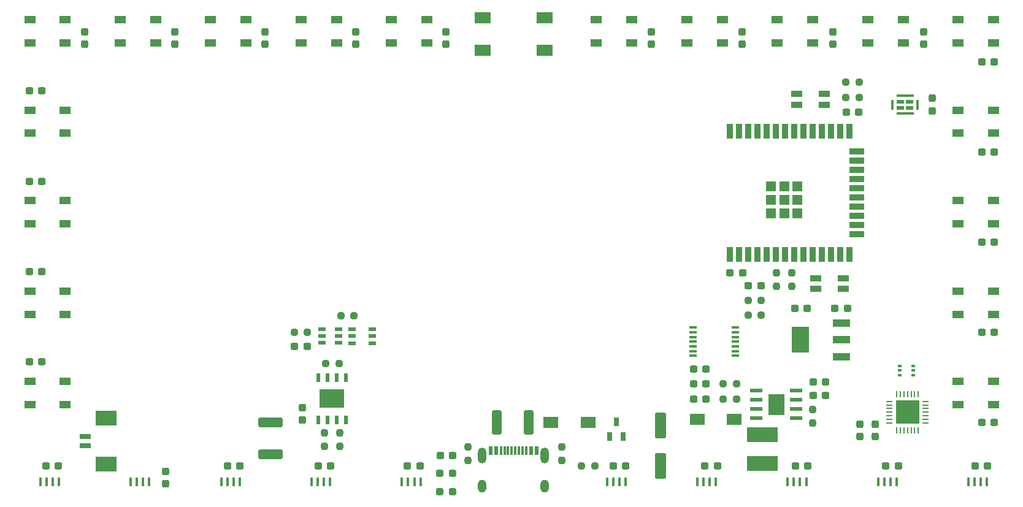
<source format=gbr>
%TF.GenerationSoftware,KiCad,Pcbnew,(6.0.4-0)*%
%TF.CreationDate,2022-05-07T01:43:22+02:00*%
%TF.ProjectId,LaptopLEDsign,4c617074-6f70-44c4-9544-7369676e2e6b,rev?*%
%TF.SameCoordinates,Original*%
%TF.FileFunction,Copper,L1,Top*%
%TF.FilePolarity,Positive*%
%FSLAX46Y46*%
G04 Gerber Fmt 4.6, Leading zero omitted, Abs format (unit mm)*
G04 Created by KiCad (PCBNEW (6.0.4-0)) date 2022-05-07 01:43:22*
%MOMM*%
%LPD*%
G01*
G04 APERTURE LIST*
G04 Aperture macros list*
%AMRoundRect*
0 Rectangle with rounded corners*
0 $1 Rounding radius*
0 $2 $3 $4 $5 $6 $7 $8 $9 X,Y pos of 4 corners*
0 Add a 4 corners polygon primitive as box body*
4,1,4,$2,$3,$4,$5,$6,$7,$8,$9,$2,$3,0*
0 Add four circle primitives for the rounded corners*
1,1,$1+$1,$2,$3*
1,1,$1+$1,$4,$5*
1,1,$1+$1,$6,$7*
1,1,$1+$1,$8,$9*
0 Add four rect primitives between the rounded corners*
20,1,$1+$1,$2,$3,$4,$5,0*
20,1,$1+$1,$4,$5,$6,$7,0*
20,1,$1+$1,$6,$7,$8,$9,0*
20,1,$1+$1,$8,$9,$2,$3,0*%
G04 Aperture macros list end*
%TA.AperFunction,SMDPad,CuDef*%
%ADD10RoundRect,0.237500X-0.237500X0.300000X-0.237500X-0.300000X0.237500X-0.300000X0.237500X0.300000X0*%
%TD*%
%TA.AperFunction,SMDPad,CuDef*%
%ADD11R,0.419990X1.300000*%
%TD*%
%TA.AperFunction,SMDPad,CuDef*%
%ADD12R,0.900000X2.000000*%
%TD*%
%TA.AperFunction,SMDPad,CuDef*%
%ADD13R,2.000000X0.900000*%
%TD*%
%TA.AperFunction,SMDPad,CuDef*%
%ADD14R,1.330000X1.330000*%
%TD*%
%TA.AperFunction,SMDPad,CuDef*%
%ADD15RoundRect,0.237500X0.250000X0.237500X-0.250000X0.237500X-0.250000X-0.237500X0.250000X-0.237500X0*%
%TD*%
%TA.AperFunction,SMDPad,CuDef*%
%ADD16R,1.500000X1.000000*%
%TD*%
%TA.AperFunction,SMDPad,CuDef*%
%ADD17RoundRect,0.237500X-0.300000X-0.237500X0.300000X-0.237500X0.300000X0.237500X-0.300000X0.237500X0*%
%TD*%
%TA.AperFunction,SMDPad,CuDef*%
%ADD18RoundRect,0.250000X-1.450000X0.400000X-1.450000X-0.400000X1.450000X-0.400000X1.450000X0.400000X0*%
%TD*%
%TA.AperFunction,SMDPad,CuDef*%
%ADD19RoundRect,0.250000X-0.400000X-1.450000X0.400000X-1.450000X0.400000X1.450000X-0.400000X1.450000X0*%
%TD*%
%TA.AperFunction,SMDPad,CuDef*%
%ADD20RoundRect,0.237500X-0.237500X0.250000X-0.237500X-0.250000X0.237500X-0.250000X0.237500X0.250000X0*%
%TD*%
%TA.AperFunction,SMDPad,CuDef*%
%ADD21RoundRect,0.237500X0.300000X0.237500X-0.300000X0.237500X-0.300000X-0.237500X0.300000X-0.237500X0*%
%TD*%
%TA.AperFunction,SMDPad,CuDef*%
%ADD22R,0.900000X0.280010*%
%TD*%
%TA.AperFunction,SMDPad,CuDef*%
%ADD23R,0.280010X0.900000*%
%TD*%
%TA.AperFunction,SMDPad,CuDef*%
%ADD24R,3.300000X3.300000*%
%TD*%
%TA.AperFunction,SMDPad,CuDef*%
%ADD25RoundRect,0.250000X-0.550000X1.500000X-0.550000X-1.500000X0.550000X-1.500000X0.550000X1.500000X0*%
%TD*%
%TA.AperFunction,SMDPad,CuDef*%
%ADD26R,0.600000X1.200000*%
%TD*%
%TA.AperFunction,SMDPad,CuDef*%
%ADD27R,3.499873X2.500000*%
%TD*%
%TA.AperFunction,SMDPad,CuDef*%
%ADD28R,0.990602X0.304801*%
%TD*%
%TA.AperFunction,SMDPad,CuDef*%
%ADD29RoundRect,0.237500X0.237500X-0.250000X0.237500X0.250000X-0.237500X0.250000X-0.237500X-0.250000X0*%
%TD*%
%TA.AperFunction,SMDPad,CuDef*%
%ADD30R,2.470003X0.980010*%
%TD*%
%TA.AperFunction,SMDPad,CuDef*%
%ADD31R,2.470003X3.600000*%
%TD*%
%TA.AperFunction,SMDPad,CuDef*%
%ADD32RoundRect,0.237500X-0.250000X-0.237500X0.250000X-0.237500X0.250000X0.237500X-0.250000X0.237500X0*%
%TD*%
%TA.AperFunction,SMDPad,CuDef*%
%ADD33R,1.500000X0.900000*%
%TD*%
%TA.AperFunction,SMDPad,CuDef*%
%ADD34RoundRect,0.237500X0.237500X-0.300000X0.237500X0.300000X-0.237500X0.300000X-0.237500X-0.300000X0*%
%TD*%
%TA.AperFunction,SMDPad,CuDef*%
%ADD35R,0.600000X0.419990*%
%TD*%
%TA.AperFunction,SMDPad,CuDef*%
%ADD36R,2.046380X1.620015*%
%TD*%
%TA.AperFunction,SMDPad,CuDef*%
%ADD37R,0.600000X1.300000*%
%TD*%
%TA.AperFunction,SMDPad,CuDef*%
%ADD38R,0.300000X1.300000*%
%TD*%
%TA.AperFunction,ComponentPad*%
%ADD39O,1.200000X2.200000*%
%TD*%
%TA.AperFunction,ComponentPad*%
%ADD40O,1.200000X1.800000*%
%TD*%
%TA.AperFunction,SMDPad,CuDef*%
%ADD41R,2.200000X1.500000*%
%TD*%
%TA.AperFunction,SMDPad,CuDef*%
%ADD42RoundRect,0.237500X-0.287500X-0.237500X0.287500X-0.237500X0.287500X0.237500X-0.287500X0.237500X0*%
%TD*%
%TA.AperFunction,SMDPad,CuDef*%
%ADD43R,1.072009X0.532004*%
%TD*%
%TA.AperFunction,SMDPad,CuDef*%
%ADD44R,1.800000X0.600000*%
%TD*%
%TA.AperFunction,SMDPad,CuDef*%
%ADD45R,2.184000X2.971000*%
%TD*%
%TA.AperFunction,SMDPad,CuDef*%
%ADD46R,0.700000X1.250013*%
%TD*%
%TA.AperFunction,SMDPad,CuDef*%
%ADD47R,1.000000X0.550013*%
%TD*%
%TA.AperFunction,SMDPad,CuDef*%
%ADD48R,1.050013X0.550013*%
%TD*%
%TA.AperFunction,SMDPad,CuDef*%
%ADD49R,0.450013X1.400000*%
%TD*%
%TA.AperFunction,SMDPad,CuDef*%
%ADD50R,2.400000X0.450013*%
%TD*%
%TA.AperFunction,SMDPad,CuDef*%
%ADD51R,4.220015X2.124003*%
%TD*%
%TA.AperFunction,SMDPad,CuDef*%
%ADD52R,3.000000X2.100000*%
%TD*%
%TA.AperFunction,SMDPad,CuDef*%
%ADD53R,1.600000X0.800000*%
%TD*%
G04 APERTURE END LIST*
D10*
%TO.P,C31,1*%
%TO.N,+5V*%
X170130000Y-65587500D03*
%TO.P,C31,2*%
%TO.N,GND*%
X170130000Y-67312500D03*
%TD*%
D11*
%TO.P,D3,1,DIN*%
%TO.N,LED1 DATA OUT*%
X164035842Y-127758498D03*
%TO.P,D3,2,VDD*%
%TO.N,+5V*%
X164885728Y-127758498D03*
%TO.P,D3,3,DOUT*%
%TO.N,Net-(D3-Pad3)*%
X165735868Y-127758498D03*
%TO.P,D3,4,VSS*%
%TO.N,GND*%
X166585754Y-127758498D03*
%TD*%
D12*
%TO.P,U4,1,GND*%
%TO.N,GND*%
X181004850Y-96302100D03*
%TO.P,U4,2,3V3*%
%TO.N,+3V3*%
X182274850Y-96302100D03*
%TO.P,U4,3,EN*%
%TO.N,RESET*%
X183544850Y-96302100D03*
%TO.P,U4,4,SENSOR_VP*%
%TO.N,unconnected-(U4-Pad4)*%
X184814850Y-96302100D03*
%TO.P,U4,5,SENSOR_VN*%
%TO.N,unconnected-(U4-Pad5)*%
X186084850Y-96302100D03*
%TO.P,U4,6,I34*%
%TO.N,I34{slash}BATTVOLT*%
X187354850Y-96302100D03*
%TO.P,U4,7,I35*%
%TO.N,unconnected-(U4-Pad7)*%
X188624850Y-96302100D03*
%TO.P,U4,8,IO32*%
%TO.N,IO32{slash}SD*%
X189894850Y-96302100D03*
%TO.P,U4,9,IO33*%
%TO.N,IO33{slash}MAINBUTTON*%
X191164850Y-96302100D03*
%TO.P,U4,10,IO25*%
%TO.N,unconnected-(U4-Pad10)*%
X192434850Y-96302100D03*
%TO.P,U4,11,IO26*%
%TO.N,unconnected-(U4-Pad11)*%
X193704850Y-96302100D03*
%TO.P,U4,12,IO27*%
%TO.N,unconnected-(U4-Pad12)*%
X194974850Y-96302100D03*
%TO.P,U4,13,IO14*%
%TO.N,IO14{slash}SCK*%
X196244850Y-96302100D03*
%TO.P,U4,14,IO12*%
%TO.N,unconnected-(U4-Pad14)*%
X197514850Y-96302100D03*
D13*
%TO.P,U4,15,GND*%
%TO.N,GND*%
X198514850Y-93517100D03*
%TO.P,U4,16,IO13*%
%TO.N,unconnected-(U4-Pad16)*%
X198514850Y-92247100D03*
%TO.P,U4,17,NC*%
%TO.N,unconnected-(U4-Pad17)*%
X198514850Y-90977100D03*
%TO.P,U4,18,NC*%
%TO.N,unconnected-(U4-Pad18)*%
X198514850Y-89707100D03*
%TO.P,U4,19,NC*%
%TO.N,unconnected-(U4-Pad19)*%
X198514850Y-88437100D03*
%TO.P,U4,20,NC*%
%TO.N,unconnected-(U4-Pad20)*%
X198514850Y-87167100D03*
%TO.P,U4,21,NC*%
%TO.N,unconnected-(U4-Pad21)*%
X198514850Y-85897100D03*
%TO.P,U4,22,NC*%
%TO.N,unconnected-(U4-Pad22)*%
X198514850Y-84627100D03*
%TO.P,U4,23,IO15*%
%TO.N,IO15{slash}WS*%
X198514850Y-83357100D03*
%TO.P,U4,24,IO2*%
%TO.N,unconnected-(U4-Pad24)*%
X198514850Y-82087100D03*
D12*
%TO.P,U4,25,IO0*%
%TO.N,IO0*%
X197514850Y-79302100D03*
%TO.P,U4,26,IO4*%
%TO.N,unconnected-(U4-Pad26)*%
X196244850Y-79302100D03*
%TO.P,U4,27,IO16*%
%TO.N,IO16{slash}LED1*%
X194974850Y-79302100D03*
%TO.P,U4,28,IO17*%
%TO.N,unconnected-(U4-Pad28)*%
X193704850Y-79302100D03*
%TO.P,U4,29,IO5*%
%TO.N,unconnected-(U4-Pad29)*%
X192434850Y-79302100D03*
%TO.P,U4,30,IO18*%
%TO.N,unconnected-(U4-Pad30)*%
X191164850Y-79302100D03*
%TO.P,U4,31,IO19*%
%TO.N,unconnected-(U4-Pad31)*%
X189894850Y-79302100D03*
%TO.P,U4,32,NC1*%
%TO.N,unconnected-(U4-Pad32)*%
X188624850Y-79302100D03*
%TO.P,U4,33,IO21*%
%TO.N,unconnected-(U4-Pad33)*%
X187354850Y-79302100D03*
%TO.P,U4,34,RXD0*%
%TO.N,RXD0*%
X186084850Y-79302100D03*
%TO.P,U4,35,TXD0*%
%TO.N,TXD0*%
X184814850Y-79302100D03*
%TO.P,U4,36,IO22*%
%TO.N,unconnected-(U4-Pad36)*%
X183544850Y-79302100D03*
%TO.P,U4,37,IO23*%
%TO.N,unconnected-(U4-Pad37)*%
X182274850Y-79302100D03*
%TO.P,U4,38,GND*%
%TO.N,GND*%
X181004850Y-79302100D03*
D14*
%TO.P,U4,39,GND*%
X190339850Y-90637100D03*
X188504850Y-90637100D03*
X188504850Y-88802100D03*
X188504850Y-86967100D03*
X190339850Y-88802100D03*
X186669850Y-88802100D03*
X186669850Y-90637100D03*
X190339850Y-86967100D03*
X186669850Y-86967100D03*
%TD*%
D15*
%TO.P,R14,1*%
%TO.N,Net-(R14-Pad1)*%
X127072500Y-111440000D03*
%TO.P,R14,2*%
%TO.N,GND*%
X125247500Y-111440000D03*
%TD*%
D16*
%TO.P,D17,1,VDD*%
%TO.N,+5V*%
X134291100Y-63920000D03*
%TO.P,D17,2,DOUT*%
%TO.N,Net-(D17-Pad2)*%
X134291100Y-67120000D03*
%TO.P,D17,3,VSS*%
%TO.N,GND*%
X139191100Y-67120000D03*
%TO.P,D17,4,DIN*%
%TO.N,Net-(D16-Pad3)*%
X139191100Y-63920000D03*
%TD*%
%TO.P,D12,1,VDD*%
%TO.N,+5V*%
X212505700Y-63920000D03*
%TO.P,D12,2,DOUT*%
%TO.N,Net-(D12-Pad2)*%
X212505700Y-67120000D03*
%TO.P,D12,3,VSS*%
%TO.N,GND*%
X217405700Y-67120000D03*
%TO.P,D12,4,DIN*%
%TO.N,Net-(D12-Pad4)*%
X217405700Y-63920000D03*
%TD*%
D17*
%TO.P,C13,1*%
%TO.N,Net-(C12-Pad1)*%
X192487500Y-113940000D03*
%TO.P,C13,2*%
%TO.N,GND*%
X194212500Y-113940000D03*
%TD*%
D18*
%TO.P,F2,1*%
%TO.N,+BATT*%
X117630000Y-119525000D03*
%TO.P,F2,2*%
%TO.N,Net-(F2-Pad2)*%
X117630000Y-123975000D03*
%TD*%
D16*
%TO.P,D15,1,VDD*%
%TO.N,+5V*%
X175062400Y-63920000D03*
%TO.P,D15,2,DOUT*%
%TO.N,Net-(D15-Pad2)*%
X175062400Y-67120000D03*
%TO.P,D15,3,VSS*%
%TO.N,GND*%
X179962400Y-67120000D03*
%TO.P,D15,4,DIN*%
%TO.N,Net-(D14-Pad2)*%
X179962400Y-63920000D03*
%TD*%
D19*
%TO.P,F1,1*%
%TO.N,Net-(F1-Pad1)*%
X148825000Y-119530000D03*
%TO.P,F1,2*%
%TO.N,USB-C 5V*%
X153275000Y-119530000D03*
%TD*%
D16*
%TO.P,D8,1,VDD*%
%TO.N,+5V*%
X212505700Y-113900000D03*
%TO.P,D8,2,DOUT*%
%TO.N,Net-(D8-Pad2)*%
X212505700Y-117100000D03*
%TO.P,D8,3,VSS*%
%TO.N,GND*%
X217405700Y-117100000D03*
%TO.P,D8,4,DIN*%
%TO.N,Net-(D8-Pad4)*%
X217405700Y-113900000D03*
%TD*%
D11*
%TO.P,D27,1,DIN*%
%TO.N,Net-(D26-Pad3)*%
X98302342Y-127758498D03*
%TO.P,D27,2,VDD*%
%TO.N,+5V*%
X99152228Y-127758498D03*
%TO.P,D27,3,DOUT*%
%TO.N,Net-(D27-Pad3)*%
X100002368Y-127758498D03*
%TO.P,D27,4,VSS*%
%TO.N,GND*%
X100852254Y-127758498D03*
%TD*%
D17*
%TO.P,C18,1*%
%TO.N,+5V*%
X164887500Y-125530000D03*
%TO.P,C18,2*%
%TO.N,GND*%
X166612500Y-125530000D03*
%TD*%
D16*
%TO.P,D18,1,VDD*%
%TO.N,+5V*%
X121810000Y-63920000D03*
%TO.P,D18,2,DOUT*%
%TO.N,Net-(D18-Pad2)*%
X121810000Y-67120000D03*
%TO.P,D18,3,VSS*%
%TO.N,GND*%
X126710000Y-67120000D03*
%TO.P,D18,4,DIN*%
%TO.N,Net-(D17-Pad2)*%
X126710000Y-63920000D03*
%TD*%
D20*
%TO.P,R2,1*%
%TO.N,GND*%
X144890000Y-122967500D03*
%TO.P,R2,2*%
%TO.N,USB-C CC1*%
X144890000Y-124792500D03*
%TD*%
D21*
%TO.P,C7,1*%
%TO.N,GND*%
X191710000Y-103800000D03*
%TO.P,C7,2*%
%TO.N,+3V3*%
X189985000Y-103800000D03*
%TD*%
D16*
%TO.P,D20,1,VDD*%
%TO.N,+5V*%
X96847800Y-63920000D03*
%TO.P,D20,2,DOUT*%
%TO.N,Net-(D20-Pad2)*%
X96847800Y-67120000D03*
%TO.P,D20,3,VSS*%
%TO.N,GND*%
X101747800Y-67120000D03*
%TO.P,D20,4,DIN*%
%TO.N,Net-(D19-Pad2)*%
X101747800Y-63920000D03*
%TD*%
D17*
%TO.P,C37,1*%
%TO.N,+5V*%
X84320000Y-73770000D03*
%TO.P,C37,2*%
%TO.N,GND*%
X86045000Y-73770000D03*
%TD*%
D16*
%TO.P,D13,1,VDD*%
%TO.N,+5V*%
X200024600Y-63920000D03*
%TO.P,D13,2,DOUT*%
%TO.N,Net-(D14-Pad4)*%
X200024600Y-67120000D03*
%TO.P,D13,3,VSS*%
%TO.N,GND*%
X204924600Y-67120000D03*
%TO.P,D13,4,DIN*%
%TO.N,Net-(D12-Pad2)*%
X204924600Y-63920000D03*
%TD*%
D22*
%TO.P,U7,1,DCD*%
%TO.N,unconnected-(U7-Pad1)*%
X203030051Y-116628933D03*
%TO.P,U7,2,RI*%
%TO.N,unconnected-(U7-Pad2)*%
X203030051Y-117129314D03*
%TO.P,U7,3,GND*%
%TO.N,GND*%
X203030051Y-117629695D03*
%TO.P,U7,4,D+*%
%TO.N,USB-C DATA+*%
X203030051Y-118130076D03*
%TO.P,U7,5,D-*%
%TO.N,USB-C DATA-*%
X203030051Y-118630457D03*
%TO.P,U7,6,VDD*%
%TO.N,+3V3*%
X203030051Y-119130838D03*
%TO.P,U7,7,REGIN*%
X203030051Y-119631219D03*
D23*
%TO.P,U7,8,VBUS*%
%TO.N,USB-C 5V*%
X204028781Y-120630203D03*
%TO.P,U7,9,~{RST}*%
%TO.N,unconnected-(U7-Pad9)*%
X204529162Y-120630203D03*
%TO.P,U7,10,NC*%
%TO.N,unconnected-(U7-Pad10)*%
X205029543Y-120630203D03*
%TO.P,U7,11,~{SUSPEND}*%
%TO.N,unconnected-(U7-Pad11)*%
X205529924Y-120630203D03*
%TO.P,U7,12,SUSPEND*%
%TO.N,unconnected-(U7-Pad12)*%
X206030305Y-120630203D03*
%TO.P,U7,13,NC*%
%TO.N,unconnected-(U7-Pad13)*%
X206530686Y-120630203D03*
%TO.P,U7,14,NC*%
%TO.N,unconnected-(U7-Pad14)*%
X207031067Y-120630203D03*
D22*
%TO.P,U7,15,NC*%
%TO.N,unconnected-(U7-Pad15)*%
X208030051Y-119631219D03*
%TO.P,U7,16,NC*%
%TO.N,unconnected-(U7-Pad16)*%
X208030051Y-119130838D03*
%TO.P,U7,17,NC*%
%TO.N,unconnected-(U7-Pad17)*%
X208030051Y-118630457D03*
%TO.P,U7,18,NC*%
%TO.N,unconnected-(U7-Pad18)*%
X208030051Y-118130076D03*
%TO.P,U7,19,NC*%
%TO.N,unconnected-(U7-Pad19)*%
X208030051Y-117629695D03*
%TO.P,U7,20,NC*%
%TO.N,unconnected-(U7-Pad20)*%
X208030051Y-117129314D03*
%TO.P,U7,21,NC*%
%TO.N,unconnected-(U7-Pad21)*%
X208030051Y-116628933D03*
D23*
%TO.P,U7,22,NC*%
%TO.N,unconnected-(U7-Pad22)*%
X207031067Y-115630203D03*
%TO.P,U7,23,CTS*%
%TO.N,unconnected-(U7-Pad23)*%
X206530686Y-115630203D03*
%TO.P,U7,24,RTS*%
%TO.N,RTS*%
X206030305Y-115630203D03*
%TO.P,U7,25,RXD*%
%TO.N,TXD0*%
X205529924Y-115630203D03*
%TO.P,U7,26,TXD*%
%TO.N,RXD0*%
X205029543Y-115630203D03*
%TO.P,U7,27,DSR*%
%TO.N,unconnected-(U7-Pad27)*%
X204529162Y-115630203D03*
%TO.P,U7,28,DTR*%
%TO.N,DTR*%
X204028781Y-115630203D03*
D24*
%TO.P,U7,29,GND_PAD*%
%TO.N,GND*%
X205529924Y-118130076D03*
%TD*%
D25*
%TO.P,C3,1*%
%TO.N,+5V*%
X171400000Y-119950000D03*
%TO.P,C3,2*%
%TO.N,GND*%
X171400000Y-125550000D03*
%TD*%
D16*
%TO.P,D10,1,VDD*%
%TO.N,+5V*%
X212505700Y-88910000D03*
%TO.P,D10,2,DOUT*%
%TO.N,Net-(D10-Pad2)*%
X212505700Y-92110000D03*
%TO.P,D10,3,VSS*%
%TO.N,GND*%
X217405700Y-92110000D03*
%TO.P,D10,4,DIN*%
%TO.N,Net-(D10-Pad4)*%
X217405700Y-88910000D03*
%TD*%
D17*
%TO.P,C39,1*%
%TO.N,+5V*%
X84320000Y-98716666D03*
%TO.P,C39,2*%
%TO.N,GND*%
X86045000Y-98716666D03*
%TD*%
%TO.P,C45,1*%
%TO.N,+5V*%
X136485000Y-125530000D03*
%TO.P,C45,2*%
%TO.N,GND*%
X138210000Y-125530000D03*
%TD*%
D26*
%TO.P,U10,1,TEMP*%
%TO.N,GND*%
X127995004Y-113361694D03*
%TO.P,U10,2,PROG*%
%TO.N,Net-(R14-Pad1)*%
X126725001Y-113361694D03*
%TO.P,U10,3,GND*%
%TO.N,GND*%
X125454999Y-113361694D03*
%TO.P,U10,4,VCC*%
%TO.N,USB-C 5V*%
X124184996Y-113361694D03*
%TO.P,U10,5,BAT*%
%TO.N,+BATT*%
X124184996Y-119178306D03*
%TO.P,U10,6,STDBY#*%
%TO.N,Net-(R10-Pad1)*%
X125454999Y-119178306D03*
%TO.P,U10,7,CHRG#*%
%TO.N,Net-(R11-Pad1)*%
X126725001Y-119178306D03*
%TO.P,U10,8,CE*%
%TO.N,USB-C 5V*%
X127995004Y-119178306D03*
D27*
%TO.P,U10,9,EP*%
%TO.N,GND*%
X126090000Y-116270000D03*
%TD*%
D28*
%TO.P,U3,1,1A*%
%TO.N,IO16{slash}LED1*%
X181745070Y-110349962D03*
%TO.P,U3,2,1B*%
%TO.N,GND*%
X181745070Y-109699975D03*
%TO.P,U3,3,1Y*%
%TO.N,Net-(R1-Pad1)*%
X181745070Y-109049987D03*
%TO.P,U3,4,2A*%
%TO.N,GND*%
X181745070Y-108400000D03*
%TO.P,U3,5,2B*%
X181745070Y-107750013D03*
%TO.P,U3,6,2Y*%
X181745070Y-107100025D03*
%TO.P,U3,7,GND*%
X181745070Y-106450038D03*
%TO.P,U3,8,3Y*%
X175894930Y-106450038D03*
%TO.P,U3,9,3A*%
X175894930Y-107100025D03*
%TO.P,U3,10,3B*%
X175894930Y-107750013D03*
%TO.P,U3,11,4Y*%
X175894930Y-108400000D03*
%TO.P,U3,12,4A*%
X175894930Y-109049987D03*
%TO.P,U3,13,4B*%
X175894930Y-109699975D03*
%TO.P,U3,14,VCC*%
%TO.N,+5V*%
X175894930Y-110349962D03*
%TD*%
D16*
%TO.P,D24,1,VDD*%
%TO.N,+5V*%
X84366700Y-101405000D03*
%TO.P,D24,2,DOUT*%
%TO.N,Net-(D25-Pad4)*%
X84366700Y-104605000D03*
%TO.P,D24,3,VSS*%
%TO.N,GND*%
X89266700Y-104605000D03*
%TO.P,D24,4,DIN*%
%TO.N,Net-(D23-Pad2)*%
X89266700Y-101405000D03*
%TD*%
D10*
%TO.P,C36,1*%
%TO.N,+5V*%
X91940000Y-65587500D03*
%TO.P,C36,2*%
%TO.N,GND*%
X91940000Y-67312500D03*
%TD*%
D17*
%TO.P,C12,1*%
%TO.N,Net-(C12-Pad1)*%
X192487500Y-115820000D03*
%TO.P,C12,2*%
%TO.N,GND*%
X194212500Y-115820000D03*
%TD*%
%TO.P,C27,1*%
%TO.N,+5V*%
X215785000Y-69760000D03*
%TO.P,C27,2*%
%TO.N,GND*%
X217510000Y-69760000D03*
%TD*%
D20*
%TO.P,R11,1*%
%TO.N,Net-(R11-Pad1)*%
X127150000Y-120987500D03*
%TO.P,R11,2*%
%TO.N,Net-(D2-Pad1)*%
X127150000Y-122812500D03*
%TD*%
D29*
%TO.P,R12,1*%
%TO.N,GND*%
X192430000Y-119622500D03*
%TO.P,R12,2*%
%TO.N,Net-(R12-Pad2)*%
X192430000Y-117797500D03*
%TD*%
D11*
%TO.P,D4,1,DIN*%
%TO.N,Net-(D3-Pad3)*%
X176516942Y-127758498D03*
%TO.P,D4,2,VDD*%
%TO.N,+5V*%
X177366828Y-127758498D03*
%TO.P,D4,3,DOUT*%
%TO.N,Net-(D5-Pad1)*%
X178216968Y-127758498D03*
%TO.P,D4,4,VSS*%
%TO.N,GND*%
X179066854Y-127758498D03*
%TD*%
D17*
%TO.P,C19,1*%
%TO.N,+5V*%
X177557500Y-125590000D03*
%TO.P,C19,2*%
%TO.N,GND*%
X179282500Y-125590000D03*
%TD*%
D15*
%TO.P,R17,1*%
%TO.N,Net-(R16-Pad2)*%
X181922500Y-114230000D03*
%TO.P,R17,2*%
%TO.N,GND*%
X180097500Y-114230000D03*
%TD*%
D30*
%TO.P,U18,1,GND*%
%TO.N,GND*%
X196414900Y-110439975D03*
%TO.P,U18,2,Vout*%
%TO.N,+3V3*%
X196414900Y-108140000D03*
%TO.P,U18,3,Vin*%
%TO.N,+5V*%
X196414900Y-105840025D03*
D31*
%TO.P,U18,4,Vout*%
%TO.N,+3V3*%
X190745100Y-108140000D03*
%TD*%
D17*
%TO.P,C43,1*%
%TO.N,+5V*%
X111637500Y-125530000D03*
%TO.P,C43,2*%
%TO.N,GND*%
X113362500Y-125530000D03*
%TD*%
D16*
%TO.P,D23,1,VDD*%
%TO.N,+5V*%
X84366700Y-88910000D03*
%TO.P,D23,2,DOUT*%
%TO.N,Net-(D23-Pad2)*%
X84366700Y-92110000D03*
%TO.P,D23,3,VSS*%
%TO.N,GND*%
X89266700Y-92110000D03*
%TO.P,D23,4,DIN*%
%TO.N,Net-(D23-Pad4)*%
X89266700Y-88910000D03*
%TD*%
D32*
%TO.P,R16,1*%
%TO.N,+5V*%
X180097500Y-116310000D03*
%TO.P,R16,2*%
%TO.N,Net-(R16-Pad2)*%
X181922500Y-116310000D03*
%TD*%
D16*
%TO.P,D16,1,VDD*%
%TO.N,Net-(D15-Pad2)*%
X162581300Y-63920000D03*
%TO.P,D16,2,DOUT*%
%TO.N,GND*%
X162581300Y-67120000D03*
%TO.P,D16,3,VSS*%
%TO.N,Net-(D16-Pad3)*%
X167481300Y-67120000D03*
%TO.P,D16,4,DIN*%
%TO.N,+5V*%
X167481300Y-63920000D03*
%TD*%
D17*
%TO.P,C38,1*%
%TO.N,+5V*%
X84320000Y-86243333D03*
%TO.P,C38,2*%
%TO.N,GND*%
X86045000Y-86243333D03*
%TD*%
%TO.P,C40,1*%
%TO.N,+5V*%
X84320000Y-111190000D03*
%TO.P,C40,2*%
%TO.N,GND*%
X86045000Y-111190000D03*
%TD*%
D11*
%TO.P,D7,1,DIN*%
%TO.N,Net-(D6-Pad3)*%
X213960242Y-127758498D03*
%TO.P,D7,2,VDD*%
%TO.N,+5V*%
X214810128Y-127758498D03*
%TO.P,D7,3,DOUT*%
%TO.N,Net-(D8-Pad4)*%
X215660268Y-127758498D03*
%TO.P,D7,4,VSS*%
%TO.N,GND*%
X216510154Y-127758498D03*
%TD*%
D33*
%TO.P,SW1,1,1*%
%TO.N,GND*%
X196679924Y-99599936D03*
X192880076Y-99599936D03*
%TO.P,SW1,2,2*%
%TO.N,Net-(R4-Pad1)*%
X196679924Y-101100064D03*
X192880076Y-101100064D03*
%TD*%
D20*
%TO.P,R8,1*%
%TO.N,I34{slash}BATTVOLT*%
X189550000Y-98907500D03*
%TO.P,R8,2*%
%TO.N,+BATT*%
X189550000Y-100732500D03*
%TD*%
D16*
%TO.P,D9,1,VDD*%
%TO.N,+5V*%
X212505700Y-101405000D03*
%TO.P,D9,2,DOUT*%
%TO.N,Net-(D10-Pad4)*%
X212505700Y-104605000D03*
%TO.P,D9,3,VSS*%
%TO.N,GND*%
X217405700Y-104605000D03*
%TO.P,D9,4,DIN*%
%TO.N,Net-(D8-Pad2)*%
X217405700Y-101405000D03*
%TD*%
D17*
%TO.P,C24,1*%
%TO.N,+5V*%
X215785000Y-107102500D03*
%TO.P,C24,2*%
%TO.N,GND*%
X217510000Y-107102500D03*
%TD*%
%TO.P,C17,1*%
%TO.N,+5V*%
X176007500Y-114230000D03*
%TO.P,C17,2*%
%TO.N,GND*%
X177732500Y-114230000D03*
%TD*%
%TO.P,C16,1*%
%TO.N,+5V*%
X176007500Y-116310000D03*
%TO.P,C16,2*%
%TO.N,GND*%
X177732500Y-116310000D03*
%TD*%
D10*
%TO.P,C32,1*%
%TO.N,+5V*%
X141800000Y-65587500D03*
%TO.P,C32,2*%
%TO.N,GND*%
X141800000Y-67312500D03*
%TD*%
D34*
%TO.P,C14,1*%
%TO.N,+BATT*%
X121990000Y-119202500D03*
%TO.P,C14,2*%
%TO.N,GND*%
X121990000Y-117477500D03*
%TD*%
D16*
%TO.P,D19,1,VDD*%
%TO.N,+5V*%
X109328900Y-63920000D03*
%TO.P,D19,2,DOUT*%
%TO.N,Net-(D19-Pad2)*%
X109328900Y-67120000D03*
%TO.P,D19,3,VSS*%
%TO.N,GND*%
X114228900Y-67120000D03*
%TO.P,D19,4,DIN*%
%TO.N,Net-(D18-Pad2)*%
X114228900Y-63920000D03*
%TD*%
D10*
%TO.P,C34,1*%
%TO.N,+5V*%
X116870000Y-65587500D03*
%TO.P,C34,2*%
%TO.N,GND*%
X116870000Y-67312500D03*
%TD*%
D29*
%TO.P,R9,1*%
%TO.N,-BATT*%
X187450000Y-100732500D03*
%TO.P,R9,2*%
%TO.N,I34{slash}BATTVOLT*%
X187450000Y-98907500D03*
%TD*%
D17*
%TO.P,C20,1*%
%TO.N,+5V*%
X190030000Y-125530000D03*
%TO.P,C20,2*%
%TO.N,GND*%
X191755000Y-125530000D03*
%TD*%
D11*
%TO.P,D28,1,DIN*%
%TO.N,Net-(D27-Pad3)*%
X110783442Y-127758498D03*
%TO.P,D28,2,VDD*%
%TO.N,+5V*%
X111633328Y-127758498D03*
%TO.P,D28,3,DOUT*%
%TO.N,Net-(D29-Pad1)*%
X112483468Y-127758498D03*
%TO.P,D28,4,VSS*%
%TO.N,GND*%
X113333354Y-127758498D03*
%TD*%
D35*
%TO.P,U8,1,E*%
%TO.N,RTS*%
X204450897Y-111720013D03*
%TO.P,U8,2,B*%
%TO.N,DTR*%
X204450897Y-112370000D03*
%TO.P,U8,3,C*%
%TO.N,IO0*%
X204450897Y-113019987D03*
%TO.P,U8,4,E*%
%TO.N,DTR*%
X206350821Y-113019987D03*
%TO.P,U8,5,B*%
%TO.N,RTS*%
X206350821Y-112370000D03*
%TO.P,U8,6,C*%
%TO.N,RESET*%
X206350821Y-111720013D03*
%TD*%
D36*
%TO.P,U6,1,K*%
%TO.N,+5V*%
X176504569Y-119119976D03*
%TO.P,U6,2,A*%
%TO.N,Net-(L1-Pad2)*%
X181635380Y-119119976D03*
%TD*%
D37*
%TO.P,USB1,A1B12,GND*%
%TO.N,GND*%
X147947302Y-123399964D03*
%TO.P,USB1,A4B9,VBUS*%
%TO.N,Net-(F1-Pad1)*%
X148747149Y-123399964D03*
D38*
%TO.P,USB1,A5,CC1*%
%TO.N,USB-C CC1*%
X149897264Y-123399964D03*
%TO.P,USB1,A6,DP1*%
%TO.N,USB-C DATA+*%
X150897264Y-123399964D03*
%TO.P,USB1,A7,DN1*%
%TO.N,USB-C DATA-*%
X151397136Y-123399964D03*
%TO.P,USB1,A8,SBU1*%
%TO.N,unconnected-(USB1-PadA8)*%
X152397136Y-123399964D03*
D37*
%TO.P,USB1,B1A12,GND*%
%TO.N,GND*%
X154347098Y-123399964D03*
%TO.P,USB1,B4A9,VBUS*%
%TO.N,Net-(F1-Pad1)*%
X153547251Y-123399964D03*
D38*
%TO.P,USB1,B5,CC2*%
%TO.N,USB-C CC2*%
X152897264Y-123399964D03*
%TO.P,USB1,B6,DP2*%
%TO.N,USB-C DATA+*%
X151897264Y-123399964D03*
%TO.P,USB1,B7,DN2*%
%TO.N,USB-C DATA-*%
X150397136Y-123399964D03*
%TO.P,USB1,B8,SBU2*%
%TO.N,unconnected-(USB1-PadB8)*%
X149397136Y-123399964D03*
D39*
%TO.P,USB1,SHELL,SHELL*%
%TO.N,GND*%
X155467241Y-124142408D03*
X146827159Y-124142408D03*
D40*
X155467241Y-128322494D03*
X146827159Y-128322494D03*
%TD*%
D11*
%TO.P,D6,1,DIN*%
%TO.N,Net-(D5-Pad3)*%
X201479142Y-127758498D03*
%TO.P,D6,2,VDD*%
%TO.N,+5V*%
X202329028Y-127758498D03*
%TO.P,D6,3,DOUT*%
%TO.N,Net-(D6-Pad3)*%
X203179168Y-127758498D03*
%TO.P,D6,4,VSS*%
%TO.N,GND*%
X204029054Y-127758498D03*
%TD*%
D21*
%TO.P,C15,1*%
%TO.N,-BATT*%
X122652500Y-109000000D03*
%TO.P,C15,2*%
%TO.N,+BATT*%
X120927500Y-109000000D03*
%TD*%
D41*
%TO.P,SW3,1,1*%
%TO.N,IO33{slash}MAINBUTTON*%
X146847200Y-63621987D03*
%TO.P,SW3,2,2*%
%TO.N,unconnected-(SW3-Pad2)*%
X155447200Y-63621987D03*
%TO.P,SW3,3,3*%
%TO.N,GND*%
X146847200Y-68122114D03*
%TO.P,SW3,4,4*%
%TO.N,unconnected-(SW3-Pad4)*%
X155447200Y-68122114D03*
%TD*%
D42*
%TO.P,D1,1,K*%
%TO.N,Net-(D1-Pad1)*%
X140997500Y-126600000D03*
%TO.P,D1,2,A*%
%TO.N,USB-C 5V*%
X142747500Y-126600000D03*
%TD*%
D17*
%TO.P,C41,1*%
%TO.N,+5V*%
X86577500Y-125530000D03*
%TO.P,C41,2*%
%TO.N,GND*%
X88302500Y-125530000D03*
%TD*%
D32*
%TO.P,R1,1*%
%TO.N,Net-(R1-Pad1)*%
X160527500Y-125530000D03*
%TO.P,R1,2*%
%TO.N,LED1 DATA OUT*%
X162352500Y-125530000D03*
%TD*%
D20*
%TO.P,R3,1*%
%TO.N,GND*%
X157780000Y-122967500D03*
%TO.P,R3,2*%
%TO.N,USB-C CC2*%
X157780000Y-124792500D03*
%TD*%
D17*
%TO.P,C25,1*%
%TO.N,+5V*%
X215785000Y-94655000D03*
%TO.P,C25,2*%
%TO.N,GND*%
X217510000Y-94655000D03*
%TD*%
D10*
%TO.P,C30,1*%
%TO.N,+5V*%
X182683333Y-65587500D03*
%TO.P,C30,2*%
%TO.N,GND*%
X182683333Y-67312500D03*
%TD*%
D16*
%TO.P,D25,1,VDD*%
%TO.N,+5V*%
X84366700Y-113900000D03*
%TO.P,D25,2,DOUT*%
%TO.N,Net-(D26-Pad1)*%
X84366700Y-117100000D03*
%TO.P,D25,3,VSS*%
%TO.N,GND*%
X89266700Y-117100000D03*
%TO.P,D25,4,DIN*%
%TO.N,Net-(D25-Pad4)*%
X89266700Y-113900000D03*
%TD*%
%TO.P,D22,1,VDD*%
%TO.N,+5V*%
X84366700Y-76415000D03*
%TO.P,D22,2,DOUT*%
%TO.N,Net-(D23-Pad4)*%
X84366700Y-79615000D03*
%TO.P,D22,3,VSS*%
%TO.N,GND*%
X89266700Y-79615000D03*
%TO.P,D22,4,DIN*%
%TO.N,Net-(D21-Pad2)*%
X89266700Y-76415000D03*
%TD*%
D11*
%TO.P,D5,1,DIN*%
%TO.N,Net-(D5-Pad1)*%
X188998042Y-127758498D03*
%TO.P,D5,2,VDD*%
%TO.N,+5V*%
X189847928Y-127758498D03*
%TO.P,D5,3,DOUT*%
%TO.N,Net-(D5-Pad3)*%
X190698068Y-127758498D03*
%TO.P,D5,4,VSS*%
%TO.N,GND*%
X191547954Y-127758498D03*
%TD*%
D36*
%TO.P,U2,1,K*%
%TO.N,Net-(C12-Pad1)*%
X161435431Y-119570025D03*
%TO.P,U2,2,A*%
%TO.N,USB-C 5V*%
X156304620Y-119570025D03*
%TD*%
D16*
%TO.P,D11,1,VDD*%
%TO.N,+5V*%
X212505700Y-76415000D03*
%TO.P,D11,2,DOUT*%
%TO.N,Net-(D12-Pad4)*%
X212505700Y-79615000D03*
%TO.P,D11,3,VSS*%
%TO.N,GND*%
X217405700Y-79615000D03*
%TO.P,D11,4,DIN*%
%TO.N,Net-(D10-Pad2)*%
X217405700Y-76415000D03*
%TD*%
D10*
%TO.P,C29,1*%
%TO.N,+5V*%
X195236666Y-65587500D03*
%TO.P,C29,2*%
%TO.N,GND*%
X195236666Y-67312500D03*
%TD*%
D43*
%TO.P,U11,1,OD*%
%TO.N,Net-(U11-Pad1)*%
X126999098Y-108559962D03*
%TO.P,U11,2,VM*%
%TO.N,Net-(R13-Pad2)*%
X126999098Y-107610000D03*
%TO.P,U11,3,OC*%
%TO.N,Net-(U11-Pad3)*%
X126999098Y-106660038D03*
%TO.P,U11,4,TD*%
%TO.N,unconnected-(U11-Pad4)*%
X124700902Y-106660038D03*
%TO.P,U11,5,VCC*%
%TO.N,Net-(R15-Pad1)*%
X124700902Y-107610000D03*
%TO.P,U11,6,GND*%
%TO.N,-BATT*%
X124700902Y-108559962D03*
%TD*%
D44*
%TO.P,U5,1,PGND*%
%TO.N,GND*%
X190186563Y-118969154D03*
%TO.P,U5,2,OC*%
%TO.N,Net-(R12-Pad2)*%
X190186563Y-117699151D03*
%TO.P,U5,3,VCC*%
%TO.N,Net-(C12-Pad1)*%
X190186563Y-116429149D03*
%TO.P,U5,4,EN*%
X190186563Y-115159146D03*
%TO.P,U5,5,GND*%
%TO.N,GND*%
X184641731Y-115159146D03*
%TO.P,U5,6,FB*%
%TO.N,Net-(R16-Pad2)*%
X184641731Y-116429149D03*
%TO.P,U5,7,NC*%
%TO.N,unconnected-(U5-Pad7)*%
X184641731Y-117699151D03*
%TO.P,U5,8,LX*%
%TO.N,Net-(L1-Pad2)*%
X184641731Y-118969154D03*
D45*
%TO.P,U5,9,EP*%
%TO.N,GND*%
X187414147Y-117064150D03*
%TD*%
D42*
%TO.P,D2,1,K*%
%TO.N,Net-(D2-Pad1)*%
X140997500Y-129080000D03*
%TO.P,D2,2,A*%
%TO.N,USB-C 5V*%
X142747500Y-129080000D03*
%TD*%
D17*
%TO.P,C11,1*%
%TO.N,GND*%
X141010000Y-124140000D03*
%TO.P,C11,2*%
%TO.N,USB-C 5V*%
X142735000Y-124140000D03*
%TD*%
D15*
%TO.P,R6,1*%
%TO.N,RESET*%
X185332500Y-102720000D03*
%TO.P,R6,2*%
%TO.N,+3V3*%
X183507500Y-102720000D03*
%TD*%
D10*
%TO.P,C28,1*%
%TO.N,+5V*%
X207790000Y-65587500D03*
%TO.P,C28,2*%
%TO.N,GND*%
X207790000Y-67312500D03*
%TD*%
D17*
%TO.P,C44,1*%
%TO.N,+5V*%
X124167500Y-125530000D03*
%TO.P,C44,2*%
%TO.N,GND*%
X125892500Y-125530000D03*
%TD*%
D34*
%TO.P,C4,1*%
%TO.N,GND*%
X198950000Y-121512500D03*
%TO.P,C4,2*%
%TO.N,+3V3*%
X198950000Y-119787500D03*
%TD*%
D46*
%TO.P,U1,1,G*%
%TO.N,USB-C 5V*%
X164410038Y-121472467D03*
%TO.P,U1,2,S*%
%TO.N,Net-(C12-Pad1)*%
X166309962Y-121472467D03*
%TO.P,U1,3,D*%
%TO.N,Net-(F2-Pad2)*%
X165360000Y-119472467D03*
%TD*%
D17*
%TO.P,C2,1*%
%TO.N,+5V*%
X176007500Y-112132500D03*
%TO.P,C2,2*%
%TO.N,GND*%
X177732500Y-112132500D03*
%TD*%
D10*
%TO.P,C33,1*%
%TO.N,+5V*%
X129335000Y-65587500D03*
%TO.P,C33,2*%
%TO.N,GND*%
X129335000Y-67312500D03*
%TD*%
D47*
%TO.P,U9,1,S1*%
%TO.N,-BATT*%
X131640051Y-108579860D03*
%TO.P,U9,2,D1/D2*%
%TO.N,unconnected-(U9-Pad2)*%
X131640051Y-107629898D03*
%TO.P,U9,3,S2*%
%TO.N,GND*%
X131640051Y-106679936D03*
%TO.P,U9,4,G2*%
%TO.N,Net-(U11-Pad3)*%
X128839949Y-106679936D03*
%TO.P,U9,5,D1/D2*%
%TO.N,unconnected-(U9-Pad5)*%
X128839949Y-107629898D03*
%TO.P,U9,6,G1*%
%TO.N,Net-(U11-Pad1)*%
X128839949Y-108579860D03*
%TD*%
D48*
%TO.P,U20,1,VDD*%
%TO.N,+3V3*%
X205855083Y-75245545D03*
%TO.P,U20,2,SELECT*%
%TO.N,IO15{slash}WS*%
X204504816Y-75245545D03*
%TO.P,U20,3,CLOCK*%
%TO.N,IO14{slash}SCK*%
X204504816Y-76095431D03*
%TO.P,U20,4,DATA*%
%TO.N,IO32{slash}SD*%
X205855083Y-76095431D03*
D49*
%TO.P,U20,5,GND*%
%TO.N,GND*%
X206904867Y-75670488D03*
D50*
%TO.P,U20,6,GND*%
X205179949Y-74445443D03*
D49*
%TO.P,U20,7,GND*%
X203455032Y-75670488D03*
D50*
%TO.P,U20,8,GND*%
X205179949Y-76895532D03*
%TD*%
D21*
%TO.P,C8,1*%
%TO.N,RESET*%
X185282500Y-100700000D03*
%TO.P,C8,2*%
%TO.N,GND*%
X183557500Y-100700000D03*
%TD*%
D10*
%TO.P,C35,1*%
%TO.N,+5V*%
X104405000Y-65587500D03*
%TO.P,C35,2*%
%TO.N,GND*%
X104405000Y-67312500D03*
%TD*%
D11*
%TO.P,D26,1,DIN*%
%TO.N,Net-(D26-Pad1)*%
X85821242Y-127758498D03*
%TO.P,D26,2,VDD*%
%TO.N,+5V*%
X86671128Y-127758498D03*
%TO.P,D26,3,DOUT*%
%TO.N,Net-(D26-Pad3)*%
X87521268Y-127758498D03*
%TO.P,D26,4,VSS*%
%TO.N,GND*%
X88371154Y-127758498D03*
%TD*%
D16*
%TO.P,D14,1,VDD*%
%TO.N,+5V*%
X187543500Y-63920000D03*
%TO.P,D14,2,DOUT*%
%TO.N,Net-(D14-Pad2)*%
X187543500Y-67120000D03*
%TO.P,D14,3,VSS*%
%TO.N,GND*%
X192443500Y-67120000D03*
%TO.P,D14,4,DIN*%
%TO.N,Net-(D14-Pad4)*%
X192443500Y-63920000D03*
%TD*%
%TO.P,D21,1,VDD*%
%TO.N,+5V*%
X84366700Y-63920000D03*
%TO.P,D21,2,DOUT*%
%TO.N,Net-(D21-Pad2)*%
X84366700Y-67120000D03*
%TO.P,D21,3,VSS*%
%TO.N,GND*%
X89266700Y-67120000D03*
%TO.P,D21,4,DIN*%
%TO.N,Net-(D20-Pad2)*%
X89266700Y-63920000D03*
%TD*%
D20*
%TO.P,R10,1*%
%TO.N,Net-(R10-Pad1)*%
X125080000Y-120987500D03*
%TO.P,R10,2*%
%TO.N,Net-(D1-Pad1)*%
X125080000Y-122812500D03*
%TD*%
D10*
%TO.P,C6,1*%
%TO.N,+3V3*%
X201050000Y-119787500D03*
%TO.P,C6,2*%
%TO.N,GND*%
X201050000Y-121512500D03*
%TD*%
D17*
%TO.P,C1,1*%
%TO.N,GND*%
X181047500Y-98890000D03*
%TO.P,C1,2*%
%TO.N,+3V3*%
X182772500Y-98890000D03*
%TD*%
D11*
%TO.P,D29,1,DIN*%
%TO.N,Net-(D29-Pad1)*%
X123264542Y-127758498D03*
%TO.P,D29,2,VDD*%
%TO.N,+5V*%
X124114428Y-127758498D03*
%TO.P,D29,3,DOUT*%
%TO.N,Net-(D29-Pad3)*%
X124964568Y-127758498D03*
%TO.P,D29,4,VSS*%
%TO.N,GND*%
X125814454Y-127758498D03*
%TD*%
D15*
%TO.P,R13,1*%
%TO.N,GND*%
X129142500Y-104840000D03*
%TO.P,R13,2*%
%TO.N,Net-(R13-Pad2)*%
X127317500Y-104840000D03*
%TD*%
D17*
%TO.P,C21,1*%
%TO.N,+5V*%
X202537500Y-125530000D03*
%TO.P,C21,2*%
%TO.N,GND*%
X204262500Y-125530000D03*
%TD*%
D11*
%TO.P,D30,1,DIN*%
%TO.N,Net-(D29-Pad3)*%
X135745642Y-127758498D03*
%TO.P,D30,2,VDD*%
%TO.N,+5V*%
X136595528Y-127758498D03*
%TO.P,D30,3,DOUT*%
%TO.N,unconnected-(D30-Pad3)*%
X137445668Y-127758498D03*
%TO.P,D30,4,VSS*%
%TO.N,GND*%
X138295554Y-127758498D03*
%TD*%
D17*
%TO.P,C23,1*%
%TO.N,+5V*%
X215785000Y-119550000D03*
%TO.P,C23,2*%
%TO.N,GND*%
X217510000Y-119550000D03*
%TD*%
D15*
%TO.P,R15,1*%
%TO.N,Net-(R15-Pad1)*%
X122702500Y-107130000D03*
%TO.P,R15,2*%
%TO.N,+BATT*%
X120877500Y-107130000D03*
%TD*%
D32*
%TO.P,R7,1*%
%TO.N,IO0*%
X197017500Y-74650000D03*
%TO.P,R7,2*%
%TO.N,+3V3*%
X198842500Y-74650000D03*
%TD*%
D34*
%TO.P,C10,1*%
%TO.N,GND*%
X208930000Y-76512500D03*
%TO.P,C10,2*%
%TO.N,+3V3*%
X208930000Y-74787500D03*
%TD*%
D15*
%TO.P,R5,1*%
%TO.N,Net-(R5-Pad1)*%
X198842500Y-72560000D03*
%TO.P,R5,2*%
%TO.N,IO0*%
X197017500Y-72560000D03*
%TD*%
D17*
%TO.P,C9,1*%
%TO.N,IO0*%
X197067500Y-76690000D03*
%TO.P,C9,2*%
%TO.N,GND*%
X198792500Y-76690000D03*
%TD*%
D51*
%TO.P,L1,1,1*%
%TO.N,Net-(C12-Pad1)*%
X185490000Y-125230000D03*
%TO.P,L1,2,2*%
%TO.N,Net-(L1-Pad2)*%
X185490000Y-121230000D03*
%TD*%
D15*
%TO.P,R4,1*%
%TO.N,Net-(R4-Pad1)*%
X185332500Y-104740000D03*
%TO.P,R4,2*%
%TO.N,RESET*%
X183507500Y-104740000D03*
%TD*%
D17*
%TO.P,C5,1*%
%TO.N,GND*%
X195515000Y-103800000D03*
%TO.P,C5,2*%
%TO.N,+5V*%
X197240000Y-103800000D03*
%TD*%
%TO.P,C22,1*%
%TO.N,+5V*%
X214870000Y-125530000D03*
%TO.P,C22,2*%
%TO.N,GND*%
X216595000Y-125530000D03*
%TD*%
D52*
%TO.P,U26,0,0*%
%TO.N,unconnected-(U26-Pad0)*%
X94919924Y-125275006D03*
X94919924Y-118924994D03*
D53*
%TO.P,U26,1,1*%
%TO.N,+BATT*%
X92020000Y-122725095D03*
%TO.P,U26,2,2*%
%TO.N,-BATT*%
X92020000Y-121474905D03*
%TD*%
D33*
%TO.P,SW2,1,1*%
%TO.N,GND*%
X190220076Y-75680064D03*
X194019924Y-75680064D03*
%TO.P,SW2,2,2*%
%TO.N,Net-(R5-Pad1)*%
X190220076Y-74179936D03*
X194019924Y-74179936D03*
%TD*%
D10*
%TO.P,C42,1*%
%TO.N,+5V*%
X103110000Y-126297500D03*
%TO.P,C42,2*%
%TO.N,GND*%
X103110000Y-128022500D03*
%TD*%
D17*
%TO.P,C26,1*%
%TO.N,+5V*%
X215785000Y-82207500D03*
%TO.P,C26,2*%
%TO.N,GND*%
X217510000Y-82207500D03*
%TD*%
M02*

</source>
